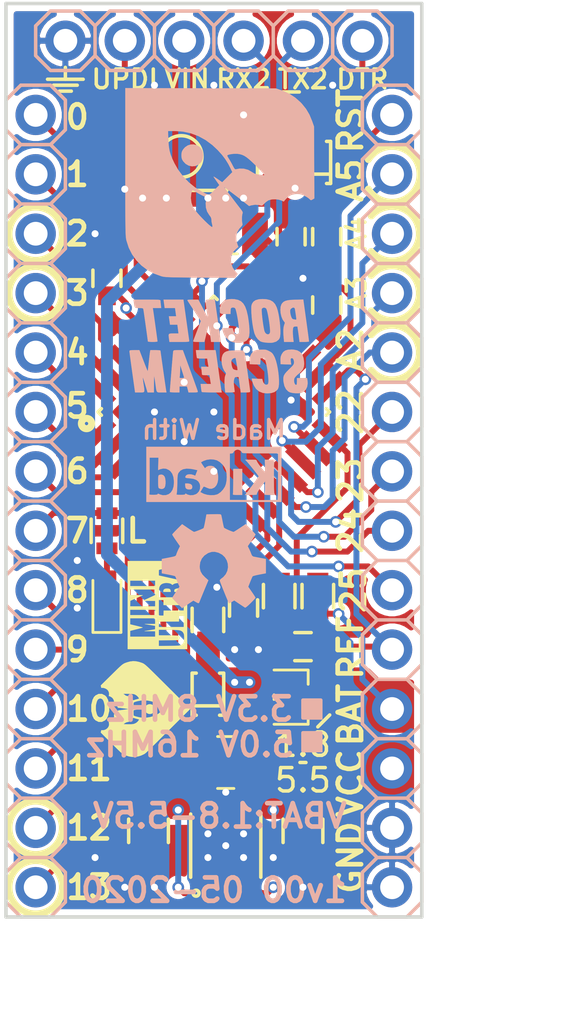
<source format=kicad_pcb>
(kicad_pcb (version 20171130) (host pcbnew 5.1.6-c6e7f7d~87~ubuntu18.04.1)
  (title_block (title "Mini Ultra") (date 2020-02-24) (rev 1v00) (company "Rocket Scream Electronics"))
  (layers (0 F.Cu signal) (1 GND power) (2 VCC power) (31 B.Cu signal) (34 B.Paste user) (35 F.Paste user) (36 B.SilkS user) (37 F.SilkS user) (38 B.Mask user) (39 F.Mask user) (44 Edge.Cuts user))
  (net 0 "")
  (net 1 GND)
  (net 2 /D4)
  (net 3 /D9)
  (net 4 /RST)
  (net 5 /D3)
  (net 6 /D5)
  (net 7 /D6)
  (net 8 /D7)
  (net 9 /D8)
  (net 10 /D10)
  (net 11 /D11)
  (net 12 /D12)
  (net 13 /D13)
  (net 14 /A6)
  (net 15 AREF)
  (net 16 /A2)
  (net 17 /A3)
  (net 18 /A4)
  (net 19 /A5)
  (net 20 /D0)
  (net 21 /D1)
  (net 22 /D2)
  (net 23 VIN)
  (net 24 "Net-(C6-Pad2)")
  (net 25 /BULX)
  (net 26 /BOLX)
  (net 27 "Net-(C3-Pad1)")
  (net 28 VBAT)
  (net 29 VCC)
  (net 30 "Net-(C2-Pad1)")
  (net 31 /D25)
  (net 32 "Net-(D2-Pad2)")
  (net 33 /D20)
  (net 34 /D21)
  (net 35 /UPDI)
  (net 36 /D24)
  (net 37 /D23)
  (net 38 /D22)
  (module RocketScreamKiCadLib:TQFP-32_7x7mm_Pitch0.8mm (layer F.Cu) (at 208.89 128.41 45)
    (fp_text reference U2 hide)
    (fp_text value ATMEGA4808-Ax)
    (pad 32 smd rect (at -2.8 -4.2 135) (size 1.7 0.5) (layers F.Cu F.Paste F.Mask) (net 22 /D2))
    (pad 31 smd rect (at -2 -4.2 135) (size 1.7 0.5) (layers F.Cu F.Paste F.Mask) (net 21 /D1))
    (pad 30 smd rect (at -1.2 -4.2 135) (size 1.7 0.5) (layers F.Cu F.Paste F.Mask) (net 20 /D0))
    (pad 29 smd rect (at -0.4 -4.2 135) (size 1.7 0.5) (layers F.Cu F.Paste F.Mask) (net 1 GND))
    (pad 28 smd rect (at 0.4 -4.2 135) (size 1.7 0.5) (layers F.Cu F.Paste F.Mask) (net 29 VCC))
    (pad 27 smd rect (at 1.2 -4.2 135) (size 1.7 0.5) (layers F.Cu F.Paste F.Mask) (net 35 /UPDI))
    (pad 26 smd rect (at 2 -4.2 135) (size 1.7 0.5) (layers F.Cu F.Paste F.Mask) (net 4 /RST))
    (pad 25 smd rect (at 2.8 -4.2 135) (size 1.7 0.5) (layers F.Cu F.Paste F.Mask) (net 31 /D25))
    (pad 24 smd rect (at 4.2 -2.8 45) (size 1.7 0.5) (layers F.Cu F.Paste F.Mask) (net 36 /D24))
    (pad 23 smd rect (at 4.2 -2 45) (size 1.7 0.5) (layers F.Cu F.Paste F.Mask) (net 37 /D23))
    (pad 22 smd rect (at 4.2 -1.2 45) (size 1.7 0.5) (layers F.Cu F.Paste F.Mask) (net 38 /D22))
    (pad 21 smd rect (at 4.2 -0.4 45) (size 1.7 0.5) (layers F.Cu F.Paste F.Mask) (net 34 /D21))
    (pad 20 smd rect (at 4.2 0.4 45) (size 1.7 0.5) (layers F.Cu F.Paste F.Mask) (net 33 /D20))
    (pad 19 smd rect (at 4.2 1.2 45) (size 1.7 0.5) (layers F.Cu F.Paste F.Mask) (net 1 GND))
    (pad 18 smd rect (at 4.2 2 45) (size 1.7 0.5) (layers F.Cu F.Paste F.Mask) (net 30 "Net-(C2-Pad1)"))
    (pad 17 smd rect (at 4.2 2.8 45) (size 1.7 0.5) (layers F.Cu F.Paste F.Mask) (net 15 AREF))
    (pad 16 smd rect (at 2.8 4.2 135) (size 1.7 0.5) (layers F.Cu F.Paste F.Mask) (net 14 /A6))
    (pad 15 smd rect (at 2 4.2 135) (size 1.7 0.5) (layers F.Cu F.Paste F.Mask) (net 19 /A5))
    (pad 14 smd rect (at 1.2 4.2 135) (size 1.7 0.5) (layers F.Cu F.Paste F.Mask) (net 18 /A4))
    (pad 13 smd rect (at 0.4 4.2 135) (size 1.7 0.5) (layers F.Cu F.Paste F.Mask) (net 17 /A3))
    (pad 12 smd rect (at -0.4 4.2 135) (size 1.7 0.5) (layers F.Cu F.Paste F.Mask) (net 16 /A2))
    (pad 11 smd rect (at -1.2 4.2 135) (size 1.7 0.5) (layers F.Cu F.Paste F.Mask) (net 13 /D13))
    (pad 10 smd rect (at -2 4.2 135) (size 1.7 0.5) (layers F.Cu F.Paste F.Mask) (net 12 /D12))
    (pad 9 smd rect (at -2.8 4.2 135) (size 1.7 0.5) (layers F.Cu F.Paste F.Mask) (net 11 /D11))
    (pad 8 smd rect (at -4.2 2.8 45) (size 1.7 0.5) (layers F.Cu F.Paste F.Mask) (net 10 /D10))
    (pad 7 smd rect (at -4.2 2 45) (size 1.7 0.5) (layers F.Cu F.Paste F.Mask) (net 3 /D9))
    (pad 6 smd rect (at -4.2 1.2 45) (size 1.7 0.5) (layers F.Cu F.Paste F.Mask) (net 9 /D8))
    (pad 5 smd rect (at -4.2 0.4 45) (size 1.7 0.5) (layers F.Cu F.Paste F.Mask) (net 8 /D7))
    (pad 4 smd rect (at -4.2 -0.4 45) (size 1.7 0.5) (layers F.Cu F.Paste F.Mask) (net 7 /D6))
    (pad 3 smd rect (at -4.2 -1.2 45) (size 1.7 0.5) (layers F.Cu F.Paste F.Mask) (net 6 /D5))
    (pad 2 smd rect (at -4.2 -2 45) (size 1.7 0.5) (layers F.Cu F.Paste F.Mask) (net 2 /D4))
    (pad 1 smd rect (at -4.2 -2.8 45) (size 1.7 0.5) (layers F.Cu F.Paste F.Mask) (net 5 /D3))
  )
  (module RocketScreamKiCadLib:DFN-12 (layer F.Cu) (at 209.398 146.952 90)
    (fp_text reference U1 hide)
    (fp_text value RP604KxxB)
    (pad 13 smd rect (at 0.425 0.675 90) (size 0.85 1.35) (layers F.Cu F.Paste F.Mask) (net 1 GND))
    (pad 13 smd rect (at -0.425 0.675 90) (size 0.85 1.35) (layers F.Cu F.Paste F.Mask) (net 1 GND))
    (pad 13 smd rect (at 0.425 -0.675 90) (size 0.85 1.35) (layers F.Cu F.Paste F.Mask) (net 1 GND))
    (pad 13 smd rect (at -0.425 -0.675 90) (size 0.85 1.35) (layers F.Cu F.Paste F.Mask) (net 1 GND))
    (pad 12 smd rect (at 1.4 -1.25 90) (size 0.45 0.3) (layers F.Cu F.Paste F.Mask) (net 27 "Net-(C3-Pad1)"))
    (pad 11 smd rect (at 1.4 -0.75 90) (size 0.45 0.3) (layers F.Cu F.Paste F.Mask) (net 25 /BULX))
    (pad 10 smd rect (at 1.4 -0.25 90) (size 0.45 0.3) (layers F.Cu F.Paste F.Mask) (net 1 GND))
    (pad 9 smd rect (at 1.4 0.25 90) (size 0.45 0.3) (layers F.Cu F.Paste F.Mask) (net 1 GND))
    (pad 8 smd rect (at 1.4 0.75 90) (size 0.45 0.3) (layers F.Cu F.Paste F.Mask) (net 26 /BOLX))
    (pad 7 smd rect (at 1.4 1.25 90) (size 0.45 0.3) (layers F.Cu F.Paste F.Mask) (net 29 VCC))
    (pad 6 smd rect (at -1.4 1.25 90) (size 0.45 0.3) (layers F.Cu F.Paste F.Mask) (net 29 VCC))
    (pad 5 smd rect (at -1.4 0.75 90) (size 0.45 0.3) (layers F.Cu F.Paste F.Mask) (net 1 GND))
    (pad 4 smd rect (at -1.4 0.25 90) (size 0.45 0.3) (layers F.Cu F.Paste F.Mask) (net 1 GND))
    (pad 3 smd rect (at -1.4 -0.25 90) (size 0.45 0.3) (layers F.Cu F.Paste F.Mask) (net 1 GND))
    (pad 2 smd rect (at -1.4 -0.75 90) (size 0.45 0.3) (layers F.Cu F.Paste F.Mask) (net 27 "Net-(C3-Pad1)"))
    (pad 1 smd rect (at -1.4 -1.25 90) (size 0.45 0.3) (layers F.Cu F.Paste F.Mask) (net 27 "Net-(C3-Pad1)"))
  )
  (module RocketScreamKiCadLib:C_0805 (layer F.Cu) (at 212.7 146.317 270)
    (fp_text reference C4 hide)
    (fp_text value "22uF 16V X5R")
    (pad 1 smd rect (at -1 0 270) (size 1 1.25) (layers F.Cu F.Mask) (net 29 VCC))
    (pad 2 smd rect (at 1 0 270) (size 1 1.25) (layers F.Cu F.Mask) (net 1 GND))
  )
  (module RocketScreamKiCadLib:LOGO-MINI-ULTRA_InvertedDualLineSmall (layer F.Cu) (at 206.477 136.665 90)
    (fp_text reference LOGO5 hide)
    (fp_text value LOGO-MINI-ULTRA hide)
  )
  (module RocketScreamKiCadLib:C_0805 (layer F.Cu) (at 206.096 146.317 270)
    (fp_text reference C3 hide)
    (fp_text value "22uF 16V X5R")
    (pad 1 smd rect (at -1 0 270) (size 1 1.25) (layers F.Cu F.Mask) (net 27 "Net-(C3-Pad1)"))
    (pad 2 smd rect (at 1 0 270) (size 1 1.25) (layers F.Cu F.Mask) (net 1 GND))
  )
  (module RocketScreamKiCadLib:CRYSTAL-3215-2P (layer F.Cu) (at 209.398 120.79 180)
    (fp_text reference Y1 hide)
    (fp_text value Q13FC1350000200)
    (pad 2 smd rect (at 1.25 0 180) (size 1.1 1.8) (layers F.Cu F.Paste F.Mask) (net 34 /D21))
    (pad 1 smd rect (at -1.25 0 180) (size 1.1 1.8) (layers F.Cu F.Paste F.Mask) (net 33 /D20))
  )
  (module RocketScreamKiCadLib:I_2520 (layer F.Cu) (at 209.398 143.396 180)
    (fp_text reference L2 hide)
    (fp_text value CVH252009-2R2M)
    (pad 1 smd rect (at -1.275 0 180) (size 1.2 1.75) (layers F.Cu F.Paste F.Mask) (net 26 /BOLX))
    (pad 2 smd rect (at 1.275 0 180) (size 1.2 1.75) (layers F.Cu F.Paste F.Mask) (net 25 /BULX))
  )
  (module RocketScreamKiCadLib:C_0603 (layer F.Cu) (at 206.604 120.917 90)
    (fp_text reference C9 hide)
    (fp_text value 10pF)
    (pad 2 smd rect (at 0.75 0 90) (size 0.8 0.75) (layers F.Cu F.Paste F.Mask) (net 1 GND))
    (pad 1 smd rect (at -0.75 0 90) (size 0.8 0.75) (layers F.Cu F.Paste F.Mask) (net 34 /D21))
  )
  (module RocketScreamKiCadLib:C_0603 (layer F.Cu) (at 212.192 120.917 90)
    (fp_text reference C8 hide)
    (fp_text value 10pF)
    (pad 2 smd rect (at 0.75 0 90) (size 0.8 0.75) (layers F.Cu F.Paste F.Mask) (net 1 GND))
    (pad 1 smd rect (at -0.75 0 90) (size 0.8 0.75) (layers F.Cu F.Paste F.Mask) (net 33 /D20))
  )
  (module RocketScreamKiCadLib:SOD-323 (layer F.Cu) (at 213.208 117.742 90)
    (fp_text reference D1 hide)
    (fp_text value 1N4148WS)
    (pad 1 smd rect (at -1.1 0 90) (size 0.6 0.6) (layers F.Cu F.Paste F.Mask) (net 29 VCC))
    (pad 2 smd rect (at 1.1 0 90) (size 0.6 0.6) (layers F.Cu F.Paste F.Mask) (net 4 /RST))
  )
  (module RocketScreamKiCadLib:LED_0603 (layer F.Cu) (at 204.318 136.411 90)
    (fp_text reference D2 hide)
    (fp_text value Red)
    (pad 2 smd rect (at 0.825 0 270) (size 0.8 0.8) (layers F.Cu F.Paste F.Mask) (net 32 "Net-(D2-Pad2)"))
    (pad 1 smd rect (at -0.825 0 270) (size 0.8 0.8) (layers F.Cu F.Paste F.Mask) (net 1 GND))
  )
  (module RocketScreamKiCadLib:LOGO-ROCKET-SCREAM_Without_Text_XXXXSmall (layer F.Cu) (at 205.461 141.11 315)
    (fp_text reference LOGO3 hide)
    (fp_text value LOGO-ROCKET-SCREAM-WITHOUT-TEXT hide)
  )
  (module RocketScreamKiCadLib:SOT-323 (layer F.Cu) (at 212.192 140.602 180)
    (fp_text reference Q2 hide)
    (fp_text value DMP2165UW-7)
    (pad 3 smd rect (at -0.95 0 180) (size 0.9 0.7) (layers F.Cu F.Paste F.Mask) (net 28 VBAT))
    (pad 1 smd rect (at 0.95 0.65 180) (size 0.9 0.7) (layers F.Cu F.Paste F.Mask) (net 23 VIN))
    (pad 2 smd rect (at 0.95 -0.65 180) (size 0.9 0.7) (layers F.Cu F.Paste F.Mask) (net 27 "Net-(C3-Pad1)"))
  )
  (module RocketScreamKiCadLib:LOGO-OSHW_XXSmall (layer B.Cu) (at 208.89 134.76 180)
    (fp_text reference LOGO4 hide)
    (fp_text value LOGO-OSHW hide)
  )
  (module RocketScreamKiCadLib:C_0603 (layer F.Cu) (at 210.16 136.792 90)
    (fp_text reference C7 hide)
    (fp_text value 100nF)
    (pad 2 smd rect (at 0.75 0 90) (size 0.8 0.75) (layers F.Cu F.Paste F.Mask) (net 14 /A6))
    (pad 1 smd rect (at -0.75 0 90) (size 0.8 0.75) (layers F.Cu F.Paste F.Mask) (net 1 GND))
  )
  (module RocketScreamKiCadLib:R_0603 (layer F.Cu) (at 213.335 136.284 270)
    (fp_text reference R4 hide)
    (fp_text value 1M)
    (pad 1 smd rect (at -0.75 0 270) (size 0.5 0.9) (layers F.Cu F.Paste F.Mask) (net 14 /A6))
    (pad 2 smd rect (at 0.75 0 270) (size 0.5 0.9) (layers F.Cu F.Paste F.Mask) (net 28 VBAT))
  )
  (module RocketScreamKiCadLib:R_0603 (layer F.Cu) (at 211.684 136.284 270)
    (fp_text reference R5 hide)
    (fp_text value 1M)
    (pad 2 smd rect (at 0.75 0 270) (size 0.5 0.9) (layers F.Cu F.Paste F.Mask) (net 1 GND))
    (pad 1 smd rect (at -0.75 0 270) (size 0.5 0.9) (layers F.Cu F.Paste F.Mask) (net 14 /A6))
  )
  (module RocketScreamKiCadLib:LOGO-KICAD_XXXSmall (layer B.Cu) (at 208.89 131.077 180)
    (fp_text reference LOGO1 hide)
    (fp_text value LOGO-KICAD hide)
  )
  (module RocketScreamKiCadLib:TS-107A (layer F.Cu) (at 207.493 117.488)
    (fp_text reference SW1 hide)
    (fp_text value SPNO)
    (pad 2 smd rect (at 2.175 0) (size 1.15 1.7) (layers F.Cu F.Paste F.Mask) (net 4 /RST))
    (pad 1 smd rect (at -2.175 0) (size 1.15 1.7) (layers F.Cu F.Paste F.Mask) (net 1 GND))
  )
  (module RocketScreamKiCadLib:R_0603 (layer F.Cu) (at 208.636 137.3 90)
    (fp_text reference R3 hide)
    (fp_text value 10K)
    (pad 2 smd rect (at 0.75 0 90) (size 0.5 0.9) (layers F.Cu F.Paste F.Mask) (net 1 GND))
    (pad 1 smd rect (at -0.75 0 90) (size 0.5 0.9) (layers F.Cu F.Paste F.Mask) (net 23 VIN))
  )
  (module RocketScreamKiCadLib:SOD-323 (layer F.Cu) (at 208.636 140.475 90)
    (fp_text reference D3 hide)
    (fp_text value B16WS)
    (pad 2 smd rect (at 1.1 0 90) (size 0.6 0.6) (layers F.Cu F.Paste F.Mask) (net 23 VIN))
    (pad 1 smd rect (at -1.1 0 90) (size 0.6 0.6) (layers F.Cu F.Paste F.Mask) (net 27 "Net-(C3-Pad1)"))
  )
  (module RocketScreamKiCadLib:C_0603 (layer F.Cu) (at 213.716 123.838 270)
    (fp_text reference C2 hide)
    (fp_text value 100nF)
    (pad 2 smd rect (at 0.75 0 270) (size 0.8 0.75) (layers F.Cu F.Paste F.Mask) (net 1 GND))
    (pad 1 smd rect (at -0.75 0 270) (size 0.8 0.75) (layers F.Cu F.Paste F.Mask) (net 30 "Net-(C2-Pad1)"))
  )
  (module RocketScreamKiCadLib:C_0603 (layer F.Cu) (at 212.192 115.329)
    (fp_text reference C6 hide)
    (fp_text value 100nF)
    (pad 2 smd rect (at 0.75 0) (size 0.8 0.75) (layers F.Cu F.Paste F.Mask) (net 24 "Net-(C6-Pad2)"))
    (pad 1 smd rect (at -0.75 0) (size 0.8 0.75) (layers F.Cu F.Paste F.Mask) (net 4 /RST))
  )
  (module RocketScreamKiCadLib:C_0603 (layer F.Cu) (at 212.7 138.443 180)
    (fp_text reference C5 hide)
    (fp_text value 100nF)
    (pad 1 smd rect (at -0.75 0 180) (size 0.8 0.75) (layers F.Cu F.Paste F.Mask) (net 15 AREF))
    (pad 2 smd rect (at 0.75 0 180) (size 0.8 0.75) (layers F.Cu F.Paste F.Mask) (net 1 GND))
  )
  (module RocketScreamKiCadLib:C_0603 (layer F.Cu) (at 204.318 122.695 90)
    (fp_text reference C1 hide)
    (fp_text value 100nF)
    (pad 2 smd rect (at 0.75 0 90) (size 0.8 0.75) (layers F.Cu F.Paste F.Mask) (net 1 GND))
    (pad 1 smd rect (at -0.75 0 90) (size 0.8 0.75) (layers F.Cu F.Paste F.Mask) (net 29 VCC))
  )
  (module RocketScreamKiCadLib:HDR_1x14_Pitch2.54mm (layer B.Cu) (at 201.27 132.22 270)
    (fp_text reference J2 hide)
    (fp_text value "2.54 mm 1x14")
    (pad 10 thru_hole oval (at 6.35 0 270) (size 1.7272 1.7272) (drill 1.016) (layers *.Cu *.Mask) (net 3 /D9))
    (pad 9 thru_hole oval (at 3.81 0 270) (size 1.7272 1.7272) (drill 1.016) (layers *.Cu *.Mask) (net 9 /D8))
    (pad 8 thru_hole oval (at 1.27 0 270) (size 1.7272 1.7272) (drill 1.016) (layers *.Cu *.Mask) (net 8 /D7))
    (pad 7 thru_hole oval (at -1.27 0 270) (size 1.7272 1.7272) (drill 1.016) (layers *.Cu *.Mask) (net 7 /D6))
    (pad 6 thru_hole oval (at -3.81 0 270) (size 1.7272 1.7272) (drill 1.016) (layers *.Cu *.Mask) (net 6 /D5))
    (pad 5 thru_hole oval (at -6.35 0 270) (size 1.7272 1.7272) (drill 1.016) (layers *.Cu *.Mask) (net 2 /D4))
    (pad 4 thru_hole oval (at -8.89 0 270) (size 1.7272 1.7272) (drill 1.016) (layers *.Cu *.Mask) (net 5 /D3))
    (pad 3 thru_hole oval (at -11.43 0 270) (size 1.7272 1.7272) (drill 1.016) (layers *.Cu *.Mask) (net 22 /D2))
    (pad 2 thru_hole oval (at -13.97 0 270) (size 1.7272 1.7272) (drill 1.016) (layers *.Cu *.Mask) (net 21 /D1))
    (pad 1 thru_hole oval (at -16.51 0 270) (size 1.7272 1.7272) (drill 1.016) (layers *.Cu *.Mask) (net 20 /D0))
    (pad 11 thru_hole oval (at 8.89 0 270) (size 1.7272 1.7272) (drill 1.016) (layers *.Cu *.Mask) (net 10 /D10))
    (pad 12 thru_hole oval (at 11.43 0 270) (size 1.7272 1.7272) (drill 1.016) (layers *.Cu *.Mask) (net 11 /D11))
    (pad 13 thru_hole oval (at 13.97 0 270) (size 1.7272 1.7272) (drill 1.016) (layers *.Cu *.Mask) (net 12 /D12))
    (pad 14 thru_hole oval (at 16.51 0 270) (size 1.7272 1.7272) (drill 1.016) (layers *.Cu *.Mask) (net 13 /D13))
  )
  (module RocketScreamKiCadLib:HDR_1x14_Pitch2.54mm (layer B.Cu) (at 216.51 132.22 270)
    (fp_text reference J3 hide)
    (fp_text value "2.54 mm 1x14")
    (pad 14 thru_hole oval (at 16.51 0 270) (size 1.7272 1.7272) (drill 1.016) (layers *.Cu *.Mask) (net 1 GND))
    (pad 13 thru_hole oval (at 13.97 0 270) (size 1.7272 1.7272) (drill 1.016) (layers *.Cu *.Mask) (net 1 GND))
    (pad 12 thru_hole oval (at 11.43 0 270) (size 1.7272 1.7272) (drill 1.016) (layers *.Cu *.Mask) (net 29 VCC))
    (pad 11 thru_hole oval (at 8.89 0 270) (size 1.7272 1.7272) (drill 1.016) (layers *.Cu *.Mask) (net 28 VBAT))
    (pad 1 thru_hole oval (at -16.51 0 270) (size 1.7272 1.7272) (drill 1.016) (layers *.Cu *.Mask) (net 4 /RST))
    (pad 2 thru_hole oval (at -13.97 0 270) (size 1.7272 1.7272) (drill 1.016) (layers *.Cu *.Mask) (net 19 /A5))
    (pad 3 thru_hole oval (at -11.43 0 270) (size 1.7272 1.7272) (drill 1.016) (layers *.Cu *.Mask) (net 18 /A4))
    (pad 4 thru_hole oval (at -8.89 0 270) (size 1.7272 1.7272) (drill 1.016) (layers *.Cu *.Mask) (net 17 /A3))
    (pad 5 thru_hole oval (at -6.35 0 270) (size 1.7272 1.7272) (drill 1.016) (layers *.Cu *.Mask) (net 16 /A2))
    (pad 6 thru_hole oval (at -3.81 0 270) (size 1.7272 1.7272) (drill 1.016) (layers *.Cu *.Mask) (net 38 /D22))
    (pad 7 thru_hole oval (at -1.27 0 270) (size 1.7272 1.7272) (drill 1.016) (layers *.Cu *.Mask) (net 37 /D23))
    (pad 8 thru_hole oval (at 1.27 0 270) (size 1.7272 1.7272) (drill 1.016) (layers *.Cu *.Mask) (net 36 /D24))
    (pad 9 thru_hole oval (at 3.81 0 270) (size 1.7272 1.7272) (drill 1.016) (layers *.Cu *.Mask) (net 31 /D25))
    (pad 10 thru_hole oval (at 6.35 0 270) (size 1.7272 1.7272) (drill 1.016) (layers *.Cu *.Mask) (net 15 AREF))
  )
  (module RocketScreamKiCadLib:HDR_1x6_Pitch2.54mm (layer B.Cu) (at 208.89 112.54 180)
    (fp_text reference J1 hide)
    (fp_text value "2.54 mm 1x6")
    (pad 1 thru_hole oval (at -6.35 0 180) (size 1.7272 1.7272) (drill 1.016) (layers *.Cu *.Mask) (net 24 "Net-(C6-Pad2)"))
    (pad 2 thru_hole oval (at -3.81 0 180) (size 1.7272 1.7272) (drill 1.016) (layers *.Cu *.Mask) (net 36 /D24))
    (pad 3 thru_hole oval (at -1.27 0 180) (size 1.7272 1.7272) (drill 1.016) (layers *.Cu *.Mask) (net 31 /D25))
    (pad 4 thru_hole oval (at 1.27 0 180) (size 1.7272 1.7272) (drill 1.016) (layers *.Cu *.Mask) (net 23 VIN))
    (pad 5 thru_hole oval (at 3.81 0 180) (size 1.7272 1.7272) (drill 1.016) (layers *.Cu *.Mask) (net 35 /UPDI))
    (pad 6 thru_hole oval (at 6.35 0 180) (size 1.7272 1.7272) (drill 1.016) (layers *.Cu *.Mask) (net 1 GND))
  )
  (module RocketScreamKiCadLib:I_0603 (layer F.Cu) (at 213.716 120.917 90)
    (fp_text reference L1 hide)
    (fp_text value BLM18KG221SN1D)
    (pad 2 smd rect (at 0.75 0 90) (size 0.8 0.75) (layers F.Cu F.Paste F.Mask) (net 29 VCC))
    (pad 1 smd rect (at -0.75 0 90) (size 0.8 0.75) (layers F.Cu F.Paste F.Mask) (net 30 "Net-(C2-Pad1)"))
  )
  (module RocketScreamKiCadLib:LOGO-ROCKET-SCREAM_Vertical_XSmall (layer B.Cu) (at 209.144 121.298 180)
    (fp_text reference LOGO2 hide)
    (fp_text value LOGO-ROCKET-SCREAM-VERTICAL hide)
  )
  (module RocketScreamKiCadLib:R_0603 (layer F.Cu) (at 211.43 117.742 90)
    (fp_text reference R1 hide)
    (fp_text value 10K)
    (pad 1 smd rect (at -0.75 0 90) (size 0.5 0.9) (layers F.Cu F.Paste F.Mask) (net 29 VCC))
    (pad 2 smd rect (at 0.75 0 90) (size 0.5 0.9) (layers F.Cu F.Paste F.Mask) (net 4 /RST))
  )
  (module RocketScreamKiCadLib:R_0603 (layer F.Cu) (at 204.318 133.49 90)
    (fp_text reference R2 hide)
    (fp_text value 2K2)
    (pad 2 smd rect (at 0.75 0 90) (size 0.5 0.9) (layers F.Cu F.Paste F.Mask) (net 8 /D7))
    (pad 1 smd rect (at -0.75 0 90) (size 0.5 0.9) (layers F.Cu F.Paste F.Mask) (net 32 "Net-(D2-Pad2)"))
  )
  (gr_arc (start 216.51 125.87) (end 215.621 126.632) (angle -278.7974107) (layer F.SilkS) (width 0.3))
  (gr_arc (start 216.51 123.33) (end 215.621 124.092) (angle -278.7974107) (layer F.SilkS) (width 0.3))
  (gr_arc (start 216.51 118.25) (end 215.494 118.885) (angle -295.9892995) (layer F.SilkS) (width 0.3))
  (gr_arc (start 216.51 120.79) (end 215.621 121.552) (angle -278.7974107) (layer F.SilkS) (width 0.3))
  (gr_line (start 213.843 141.364) (end 213.335 141.872) (layer F.SilkS) (width 0.15))
  (gr_text GND (at 214.732 147.46 90) (layer F.SilkS) (effects (font (size 1 1) (thickness 0.2))))
  (gr_text L (at 205.588 133.49) (layer F.SilkS) (effects (font (size 1 1) (thickness 0.2))))
  (gr_circle (center 201.27 148.73) (end 202.413 148.73) (layer F.SilkS) (width 0.3))
  (gr_circle (center 201.27 146.19) (end 202.413 146.19) (layer F.SilkS) (width 0.3))
  (gr_circle (center 201.27 123.33) (end 202.413 123.33) (layer F.SilkS) (width 0.3))
  (gr_circle (center 201.27 120.79) (end 202.413 120.79) (layer F.SilkS) (width 0.3))
  (gr_line (start 202.286 114.694) (end 202.794 114.694) (layer F.SilkS) (width 0.15))
  (gr_line (start 202.032 114.44) (end 203.048 114.44) (layer F.SilkS) (width 0.15))
  (gr_line (start 201.778 114.186) (end 203.302 114.186) (layer F.SilkS) (width 0.15))
  (gr_line (start 202.54 113.678) (end 202.54 114.186) (layer F.SilkS) (width 0.15))
  (gr_text RST (at 207.493 115.329) (layer F.SilkS) (effects (font (size 0.8 0.8))))
  (gr_text UPDI (at 205.08 114.186) (layer F.SilkS) (effects (font (size 0.8 0.8))))
  (gr_poly (pts (xy 212.7 142.126) (xy 212.7 142.888) (xy 213.462 142.888) (xy 213.462 142.126)) (layer B.SilkS) (width 0.15))
  (gr_poly (pts (xy 212.7 140.729) (xy 212.7 141.491) (xy 213.462 141.491) (xy 213.462 140.729)) (layer B.SilkS) (width 0.15))
  (gr_text "5.0V 16MHz" (at 207.874 142.634) (layer B.SilkS) (effects (font (size 1 1) (thickness 0.2)) (justify mirror)))
  (gr_text "3.3V 8MHz" (at 208.255 141.11) (layer B.SilkS) (effects (font (size 1 1) (thickness 0.2)) (justify mirror)))
  (gr_line (start 212.827 143.396) (end 212.573 143.396) (layer F.SilkS) (width 0.15))
  (gr_text 5.5 (at 212.7 144.158) (layer F.SilkS) (effects (font (size 1 1))))
  (gr_text 1.8 (at 212.7 142.634) (layer F.SilkS) (effects (font (size 1 1))))
  (gr_text "Made With" (at 208.89 129.172) (layer B.SilkS) (effects (font (size 0.8 0.8)) (justify mirror)))
  (gr_text VBAT:1.8-5.5V (at 209.144 145.682) (layer B.SilkS) (effects (font (size 1 1) (thickness 0.2)) (justify mirror)))
  (gr_text REF (at 214.732 138.443 90) (layer F.SilkS) (effects (font (size 1 1) (thickness 0.2))))
  (gr_text BAT (at 214.732 141.364 90) (layer F.SilkS) (effects (font (size 1 1) (thickness 0.2))))
  (gr_text VCC (at 214.732 144.285 90) (layer F.SilkS) (effects (font (size 1 1) (thickness 0.2))))
  (gr_text 25 (at 214.859 136.03 90) (layer F.SilkS) (effects (font (size 1 1) (thickness 0.2))))
  (gr_text 24 (at 214.732 133.49 90) (layer F.SilkS) (effects (font (size 1 1) (thickness 0.2))))
  (gr_text 23 (at 214.732 131.331 90) (layer F.SilkS) (effects (font (size 1 1) (thickness 0.2))))
  (gr_text 22 (at 214.732 128.41 90) (layer F.SilkS) (effects (font (size 1 1) (thickness 0.2))))
  (gr_text A2 (at 214.732 125.743 90) (layer F.SilkS) (effects (font (size 1 1) (thickness 0.2))))
  (gr_text A3 (at 214.986 123.33 90) (layer F.SilkS) (effects (font (size 0.8 0.8))))
  (gr_text A4 (at 214.986 120.79 90) (layer F.SilkS) (effects (font (size 0.8 0.8))))
  (gr_text A5 (at 214.732 118.504 90) (layer F.SilkS) (effects (font (size 1 1) (thickness 0.2))))
  (gr_text RST (at 214.732 115.964 90) (layer F.SilkS) (effects (font (size 1 1) (thickness 0.2))))
  (gr_text DTR (at 215.24 114.186) (layer F.SilkS) (effects (font (size 0.8 0.8))))
  (gr_text TX2 (at 212.7 114.186) (layer F.SilkS) (effects (font (size 0.8 0.8))))
  (gr_text RX2 (at 210.16 114.186) (layer F.SilkS) (effects (font (size 0.8 0.8))))
  (gr_text VIN (at 207.747 114.186) (layer F.SilkS) (effects (font (size 0.8 0.8))))
  (gr_text 0 (at 203.048 115.71 180) (layer F.SilkS) (effects (font (size 1 1) (thickness 0.2))))
  (gr_text 1 (at 203.048 118.25) (layer F.SilkS) (effects (font (size 1 1) (thickness 0.2))))
  (gr_text 2 (at 203.048 120.79) (layer F.SilkS) (effects (font (size 1 1) (thickness 0.2))))
  (gr_text 3 (at 203.048 123.33) (layer F.SilkS) (effects (font (size 1 1) (thickness 0.2))))
  (gr_text 4 (at 203.048 125.87) (layer F.SilkS) (effects (font (size 1 1) (thickness 0.2))))
  (gr_text 5 (at 203.048 128.156) (layer F.SilkS) (effects (font (size 1 1) (thickness 0.2))))
  (gr_text 6 (at 203.048 130.95) (layer F.SilkS) (effects (font (size 1 1) (thickness 0.2))))
  (gr_line (start 200 110.9475) (end 217.78 110.9475) (layer Edge.Cuts) (width 0.15))
  (gr_text 7 (at 203.048 133.49) (layer F.SilkS) (effects (font (size 1 1) (thickness 0.2))))
  (gr_text 8 (at 203.048 136.03) (layer F.SilkS) (effects (font (size 1 1) (thickness 0.2))))
  (gr_text 9 (at 203.048 138.57) (layer F.SilkS) (effects (font (size 1 1) (thickness 0.2))))
  (gr_text 10 (at 203.556 141.11) (layer F.SilkS) (effects (font (size 1 1) (thickness 0.2))))
  (gr_text 11 (at 203.556 143.65) (layer F.SilkS) (effects (font (size 1 1) (thickness 0.2))))
  (gr_text 12 (at 203.556 146.19) (layer F.SilkS) (effects (font (size 1 1) (thickness 0.2))))
  (gr_text 13 (at 203.556 148.73) (layer F.SilkS) (effects (font (size 1 1) (thickness 0.2))))
  (gr_line (start 217.78 110.9475) (end 217.78 150) (layer Edge.Cuts) (width 0.15))
  (gr_line (start 200 150) (end 217.78 150) (layer Edge.Cuts) (width 0.15))
  (gr_line (start 200 110.9475) (end 200 150) (layer Edge.Cuts) (width 0.15))
  (gr_text "1v00 05-2020" (at 208.89 148.857) (layer B.SilkS) (effects (font (size 1 1) (thickness 0.2)) (justify mirror)))
  (via (at 209.398 144.666) (size 0.5) (drill 0.3) (layers F.Cu B.Cu) (net 1))
  (segment (start 209.148 144.916) (end 209.398 144.666) (width 0.254) (layer F.Cu) (net 1))
  (segment (start 209.148 145.552) (end 209.148 144.916) (width 0.254) (layer F.Cu) (net 1))
  (segment (start 209.648 144.916) (end 209.398 144.666) (width 0.254) (layer F.Cu) (net 1))
  (segment (start 209.648 145.552) (end 209.648 144.916) (width 0.254) (layer F.Cu) (net 1))
  (segment (start 209.148 146.952) (end 208.723 147.377) (width 0.254) (layer F.Cu) (net 1))
  (segment (start 209.148 145.552) (end 209.148 146.952) (width 0.254) (layer F.Cu) (net 1))
  (segment (start 209.648 146.952) (end 210.073 147.377) (width 0.254) (layer F.Cu) (net 1))
  (segment (start 209.648 145.552) (end 209.648 146.952) (width 0.254) (layer F.Cu) (net 1))
  (segment (start 209.148 147.452) (end 210.073 146.527) (width 0.254) (layer F.Cu) (net 1))
  (segment (start 209.148 148.352) (end 209.148 147.452) (width 0.254) (layer F.Cu) (net 1))
  (segment (start 209.648 147.452) (end 208.723 146.527) (width 0.254) (layer F.Cu) (net 1))
  (segment (start 209.648 148.352) (end 209.648 147.452) (width 0.254) (layer F.Cu) (net 1))
  (segment (start 210.148 148.352) (end 210.148 149.099) (width 0.254) (layer F.Cu) (net 1))
  (segment (start 209.148 148.352) (end 209.148 149.107) (width 0.254) (layer F.Cu) (net 1))
  (segment (start 209.648 148.352) (end 209.648 149.107) (width 0.254) (layer F.Cu) (net 1))
  (via (at 208.636 146.444) (size 0.5) (drill 0.3) (layers F.Cu B.Cu) (net 1))
  (via (at 208.636 147.46) (size 0.5) (drill 0.3) (layers F.Cu B.Cu) (net 1))
  (via (at 209.398 146.952) (size 0.5) (drill 0.3) (layers F.Cu B.Cu) (net 1))
  (via (at 210.16 146.444) (size 0.5) (drill 0.3) (layers F.Cu B.Cu) (net 1))
  (via (at 210.16 147.46) (size 0.5) (drill 0.3) (layers F.Cu B.Cu) (net 1))
  (via (at 208.89 114.44) (size 0.5) (drill 0.3) (layers F.Cu B.Cu) (net 1))
  (via (at 206.35 114.44) (size 0.5) (drill 0.3) (layers F.Cu B.Cu) (net 1))
  (via (at 210.16 115.71) (size 0.5) (drill 0.3) (layers F.Cu B.Cu) (net 1))
  (via (at 213.97 114.44) (size 0.5) (drill 0.3) (layers F.Cu B.Cu) (net 1))
  (via (at 203.048 136.792) (size 0.5) (drill 0.3) (layers F.Cu B.Cu) (net 1))
  (via (at 203.81 120.79) (size 0.5) (drill 0.3) (layers F.Cu B.Cu) (net 1))
  (via (at 203.81 147.46) (size 0.5) (drill 0.3) (layers F.Cu B.Cu) (net 1))
  (via (at 205.08 148.73) (size 0.5) (drill 0.3) (layers F.Cu B.Cu) (net 1))
  (via (at 206.35 148.73) (size 0.5) (drill 0.3) (layers F.Cu B.Cu) (net 1))
  (via (at 211.43 147.46) (size 0.5) (drill 0.3) (layers F.Cu B.Cu) (net 1))
  (via (at 203.048 134.76) (size 0.5) (drill 0.3) (layers F.Cu B.Cu) (net 1))
  (via (at 212.192 127.902) (size 0.5) (drill 0.3) (layers F.Cu B.Cu) (net 1))
  (via (at 206.35 128.41) (size 0.5) (drill 0.3) (layers F.Cu B.Cu) (net 1))
  (via (at 207.62 127.14) (size 0.5) (drill 0.3) (layers F.Cu B.Cu) (net 1))
  (via (at 207.62 129.68) (size 0.5) (drill 0.3) (layers F.Cu B.Cu) (net 1))
  (via (at 208.89 128.41) (size 0.5) (drill 0.3) (layers F.Cu B.Cu) (net 1))
  (via (at 208.89 130.95) (size 0.5) (drill 0.3) (layers F.Cu B.Cu) (net 1))
  (via (at 205.842 119.266) (size 0.5) (drill 0.3) (layers F.Cu B.Cu) (net 1))
  (via (at 212.7 122.695) (size 0.5) (drill 0.3) (layers F.Cu B.Cu) (net 1))
  (via (at 209.398 119.266) (size 0.5) (drill 0.3) (layers F.Cu B.Cu) (net 1))
  (via (at 210.16 119.266) (size 0.5) (drill 0.3) (layers F.Cu B.Cu) (net 1))
  (via (at 206.858 119.266) (size 0.5) (drill 0.3) (layers F.Cu B.Cu) (net 1))
  (via (at 208.636 119.266) (size 0.5) (drill 0.3) (layers F.Cu B.Cu) (net 1))
  (via (at 205.08 118.885) (size 0.5) (drill 0.3) (layers F.Cu B.Cu) (net 1))
  (via (at 209.779 138.57) (size 0.5) (drill 0.3) (layers F.Cu B.Cu) (net 1))
  (via (at 210.795 138.57) (size 0.5) (drill 0.3) (layers F.Cu B.Cu) (net 1))
  (via (at 209.017 135.903) (size 0.5) (drill 0.3) (layers F.Cu B.Cu) (net 1))
  (via (at 212.7 148.73) (size 0.5) (drill 0.3) (layers F.Cu B.Cu) (net 1))
  (segment (start 202.032 126.632) (end 202.032 127.267) (width 0.254) (layer F.Cu) (net 2))
  (segment (start 202.7686 128.0036) (end 202.7686 129.9848) (width 0.254) (layer F.Cu) (net 2))
  (segment (start 201.27 125.87) (end 202.032 126.632) (width 0.254) (layer F.Cu) (net 2))
  (segment (start 202.032 127.267) (end 202.7686 128.0036) (width 0.254) (layer F.Cu) (net 2))
  (segment (start 203.775573 130.696) (end 204.505938 129.965635) (width 0.254) (layer F.Cu) (net 2))
  (segment (start 203.4798 130.696) (end 203.775573 130.696) (width 0.254) (layer F.Cu) (net 2))
  (segment (start 202.7686 129.9848) (end 203.4798 130.696) (width 0.254) (layer F.Cu) (net 2))
  (segment (start 205.715 134.413427) (end 207.334365 132.794062) (width 0.254) (layer F.Cu) (net 3))
  (segment (start 205.715 138.062) (end 205.715 134.413427) (width 0.254) (layer F.Cu) (net 3))
  (segment (start 201.27 138.57) (end 205.207 138.57) (width 0.254) (layer F.Cu) (net 3))
  (segment (start 205.207 138.57) (end 205.715 138.062) (width 0.254) (layer F.Cu) (net 3))
  (segment (start 211.569 116.98) (end 211.557 116.992) (width 0.254) (layer F.Cu) (net 4))
  (segment (start 210.422 117.488) (end 209.668 117.488) (width 0.254) (layer F.Cu) (net 4))
  (segment (start 210.918 116.992) (end 210.422 117.488) (width 0.254) (layer F.Cu) (net 4))
  (segment (start 212.434 116.992) (end 210.918 116.992) (width 0.254) (layer F.Cu) (net 4))
  (segment (start 212.784 116.642) (end 212.434 116.992) (width 0.254) (layer F.Cu) (net 4))
  (segment (start 216.51 115.71) (end 215.578 116.642) (width 0.254) (layer F.Cu) (net 4))
  (segment (start 215.578 116.642) (end 212.784 116.642) (width 0.254) (layer F.Cu) (net 4))
  (segment (start 211.43 115.341) (end 211.43 116.992) (width 0.254) (layer F.Cu) (net 4))
  (segment (start 211.442 115.329) (end 211.43 115.341) (width 0.254) (layer F.Cu) (net 4))
  (segment (start 203.556 118.25) (end 204.064 118.758) (width 0.254) (layer F.Cu) (net 4))
  (segment (start 209.668 116.234) (end 209.017 115.583) (width 0.254) (layer F.Cu) (net 4))
  (segment (start 209.017 115.583) (end 204.28625 115.583) (width 0.254) (layer F.Cu) (net 4))
  (segment (start 204.28625 115.583) (end 203.556 116.31325) (width 0.254) (layer F.Cu) (net 4))
  (segment (start 209.668 117.488) (end 209.668 116.234) (width 0.254) (layer F.Cu) (net 4))
  (segment (start 203.556 116.31325) (end 203.556 118.25) (width 0.254) (layer F.Cu) (net 4))
  (segment (start 204.064 119.266) (end 205.588 120.79) (width 0.254) (layer F.Cu) (net 4))
  (segment (start 204.064 118.758) (end 204.064 119.266) (width 0.254) (layer F.Cu) (net 4))
  (segment (start 205.588 120.79) (end 205.588 122.279573) (width 0.254) (layer F.Cu) (net 4))
  (segment (start 205.588 122.279573) (end 207.334365 124.025938) (width 0.254) (layer F.Cu) (net 4))
  (segment (start 203.2766 128.736296) (end 203.940253 129.399949) (width 0.254) (layer F.Cu) (net 5))
  (segment (start 202.032 124.092) (end 202.032 124.854) (width 0.254) (layer F.Cu) (net 5))
  (segment (start 201.27 123.33) (end 202.032 124.092) (width 0.254) (layer F.Cu) (net 5))
  (segment (start 202.032 124.854) (end 202.54 125.362) (width 0.254) (layer F.Cu) (net 5))
  (segment (start 203.2766 127.6988) (end 203.2766 128.736296) (width 0.254) (layer F.Cu) (net 5))
  (segment (start 202.54 125.362) (end 202.54 126.9622) (width 0.254) (layer F.Cu) (net 5))
  (segment (start 202.54 126.9622) (end 203.2766 127.6988) (width 0.254) (layer F.Cu) (net 5))
  (segment (start 203.2512 131.204) (end 204.398943 131.204) (width 0.254) (layer F.Cu) (net 6))
  (segment (start 202.2606 130.2134) (end 203.2512 131.204) (width 0.254) (layer F.Cu) (net 6))
  (segment (start 204.398943 131.204) (end 205.071623 130.53132) (width 0.254) (layer F.Cu) (net 6))
  (segment (start 201.27 128.41) (end 202.2606 129.4006) (width 0.254) (layer F.Cu) (net 6))
  (segment (start 202.2606 129.4006) (end 202.2606 130.2134) (width 0.254) (layer F.Cu) (net 6))
  (segment (start 201.27 130.95) (end 202.159 131.839) (width 0.254) (layer F.Cu) (net 7))
  (segment (start 204.895315 131.839) (end 205.637309 131.097006) (width 0.254) (layer F.Cu) (net 7))
  (segment (start 202.159 131.839) (end 204.895315 131.839) (width 0.254) (layer F.Cu) (net 7))
  (segment (start 205.137685 132.728) (end 206.202994 131.662691) (width 0.254) (layer F.Cu) (net 8))
  (segment (start 201.27 133.49) (end 202.032 132.728) (width 0.254) (layer F.Cu) (net 8))
  (segment (start 202.032 132.728) (end 205.137685 132.728) (width 0.254) (layer F.Cu) (net 8))
  (segment (start 204.953 138.062) (end 205.207 137.808) (width 0.254) (layer F.Cu) (net 9))
  (segment (start 205.207 133.790057) (end 206.76868 132.228377) (width 0.254) (layer F.Cu) (net 9))
  (segment (start 205.207 137.808) (end 205.207 133.790057) (width 0.254) (layer F.Cu) (net 9))
  (segment (start 201.27 136.03) (end 203.302 138.062) (width 0.254) (layer F.Cu) (net 9))
  (segment (start 203.302 138.062) (end 204.953 138.062) (width 0.254) (layer F.Cu) (net 9))
  (segment (start 206.223 138.316) (end 206.223 135.036798) (width 0.254) (layer F.Cu) (net 10))
  (segment (start 205.461 139.078) (end 206.223 138.316) (width 0.254) (layer F.Cu) (net 10))
  (segment (start 201.27 141.11) (end 203.302 139.078) (width 0.254) (layer F.Cu) (net 10))
  (segment (start 206.223 135.036798) (end 207.900051 133.359747) (width 0.254) (layer F.Cu) (net 10))
  (segment (start 203.302 139.078) (end 205.461 139.078) (width 0.254) (layer F.Cu) (net 10))
  (segment (start 202.794 142.126) (end 201.27 143.65) (width 0.254) (layer F.Cu) (net 11))
  (segment (start 202.794 140.348) (end 202.794 142.126) (width 0.254) (layer F.Cu) (net 11))
  (segment (start 203.556 139.586) (end 202.794 140.348) (width 0.254) (layer F.Cu) (net 11))
  (segment (start 209.114696 134.125) (end 208.128 134.125) (width 0.254) (layer F.Cu) (net 11))
  (segment (start 209.879949 133.359747) (end 209.114696 134.125) (width 0.254) (layer F.Cu) (net 11))
  (segment (start 208.128 134.125) (end 206.731 135.522) (width 0.254) (layer F.Cu) (net 11))
  (segment (start 206.731 138.57) (end 205.715 139.586) (width 0.254) (layer F.Cu) (net 11))
  (segment (start 205.715 139.586) (end 203.556 139.586) (width 0.254) (layer F.Cu) (net 11))
  (segment (start 206.731 135.522) (end 206.731 138.57) (width 0.254) (layer F.Cu) (net 11))
  (segment (start 202.794 144.666) (end 201.27 146.19) (width 0.254) (layer F.Cu) (net 12))
  (segment (start 202.794 142.888) (end 202.794 144.666) (width 0.254) (layer F.Cu) (net 12))
  (segment (start 203.302 142.38) (end 202.794 142.888) (width 0.254) (layer F.Cu) (net 12))
  (segment (start 203.81 140.094) (end 203.302 140.602) (width 0.254) (layer F.Cu) (net 12))
  (segment (start 205.969 140.094) (end 203.81 140.094) (width 0.254) (layer F.Cu) (net 12))
  (segment (start 207.239 138.824) (end 205.969 140.094) (width 0.254) (layer F.Cu) (net 12))
  (segment (start 211.176 133.524427) (end 211.176 133.871) (width 0.254) (layer F.Cu) (net 12))
  (segment (start 210.445635 132.794062) (end 211.176 133.524427) (width 0.254) (layer F.Cu) (net 12))
  (segment (start 211.176 133.871) (end 210.414 134.633) (width 0.254) (layer F.Cu) (net 12))
  (segment (start 210.414 134.633) (end 208.382 134.633) (width 0.254) (layer F.Cu) (net 12))
  (segment (start 203.302 140.602) (end 203.302 142.38) (width 0.254) (layer F.Cu) (net 12))
  (segment (start 207.239 135.776) (end 207.239 138.824) (width 0.254) (layer F.Cu) (net 12))
  (segment (start 208.382 134.633) (end 207.239 135.776) (width 0.254) (layer F.Cu) (net 12))
  (segment (start 207.747 139.066094) (end 207.747 136.03) (width 0.254) (layer F.Cu) (net 13))
  (segment (start 206.211094 140.602) (end 207.747 139.066094) (width 0.254) (layer F.Cu) (net 13))
  (segment (start 210.668 135.141) (end 211.684 134.125) (width 0.254) (layer F.Cu) (net 13))
  (segment (start 204.064 140.602) (end 206.211094 140.602) (width 0.254) (layer F.Cu) (net 13))
  (segment (start 202.54 147.46) (end 202.54 145.682) (width 0.254) (layer F.Cu) (net 13))
  (segment (start 201.27 148.73) (end 202.54 147.46) (width 0.254) (layer F.Cu) (net 13))
  (segment (start 208.636 135.141) (end 210.668 135.141) (width 0.254) (layer F.Cu) (net 13))
  (segment (start 203.302 144.92) (end 203.302 143.142) (width 0.254) (layer F.Cu) (net 13))
  (segment (start 211.684 132.901057) (end 211.01132 132.228377) (width 0.254) (layer F.Cu) (net 13))
  (segment (start 207.747 136.03) (end 208.636 135.141) (width 0.254) (layer F.Cu) (net 13))
  (segment (start 203.81 142.634) (end 203.81 140.856) (width 0.254) (layer F.Cu) (net 13))
  (segment (start 203.81 140.856) (end 204.064 140.602) (width 0.254) (layer F.Cu) (net 13))
  (segment (start 202.54 145.682) (end 203.302 144.92) (width 0.254) (layer F.Cu) (net 13))
  (segment (start 211.684 134.125) (end 211.684 132.901057) (width 0.254) (layer F.Cu) (net 13))
  (segment (start 203.302 143.142) (end 203.81 142.634) (width 0.254) (layer F.Cu) (net 13))
  (segment (start 213.335 135.534) (end 213.323 135.522) (width 0.254) (layer F.Cu) (net 14))
  (segment (start 211.037 135.534) (end 211.684 135.534) (width 0.254) (layer F.Cu) (net 14))
  (segment (start 210.16 136.042) (end 210.529 136.042) (width 0.254) (layer F.Cu) (net 14))
  (segment (start 210.529 136.042) (end 211.037 135.534) (width 0.254) (layer F.Cu) (net 14))
  (segment (start 211.684 135.534) (end 213.335 135.534) (width 0.254) (layer F.Cu) (net 14))
  (segment (start 214.605 130.165202) (end 213.839747 129.399949) (width 0.254) (layer F.Cu) (net 14))
  (segment (start 214.605 131.634125) (end 214.605 130.165202) (width 0.254) (layer F.Cu) (net 14))
  (segment (start 212.434 135.534) (end 212.434 133.805125) (width 0.254) (layer F.Cu) (net 14))
  (segment (start 212.434 133.805125) (end 214.605 131.634125) (width 0.254) (layer F.Cu) (net 14))
  (segment (start 216.383 138.443) (end 216.51 138.57) (width 0.254) (layer F.Cu) (net 15))
  (segment (start 213.577 138.443) (end 216.383 138.443) (width 0.254) (layer F.Cu) (net 15))
  (segment (start 214.986 137.046) (end 216.51 138.57) (width 0.254) (layer B.Cu) (net 15))
  (segment (start 215.367 127.013) (end 214.986 126.632) (width 0.254) (layer F.Cu) (net 15))
  (segment (start 215.367 127.013) (end 214.986 127.394) (width 0.254) (layer B.Cu) (net 15))
  (via (at 215.367 127.013) (size 0.5) (drill 0.3) (layers F.Cu B.Cu) (net 15))
  (segment (start 214.986 126.632) (end 214.627798 126.632) (width 0.254) (layer F.Cu) (net 15))
  (segment (start 214.627798 126.632) (end 213.839747 127.420051) (width 0.254) (layer F.Cu) (net 15))
  (segment (start 214.986 127.394) (end 214.986 137.046) (width 0.254) (layer B.Cu) (net 15))
  (via (at 212.827 132.474) (size 0.5) (drill 0.3) (layers F.Cu B.Cu) (net 16))
  (segment (start 212.388315 132.474) (end 211.577006 131.662691) (width 0.254) (layer F.Cu) (net 16))
  (segment (start 212.827 132.474) (end 212.388315 132.474) (width 0.254) (layer F.Cu) (net 16))
  (segment (start 213.97 130.061) (end 214.478 129.553) (width 0.254) (layer B.Cu) (net 16))
  (segment (start 214.478 129.553) (end 214.478 126.9495) (width 0.254) (layer B.Cu) (net 16))
  (segment (start 213.97 132.108875) (end 213.97 130.061) (width 0.254) (layer B.Cu) (net 16))
  (segment (start 212.827 132.474) (end 213.604875 132.474) (width 0.254) (layer B.Cu) (net 16))
  (segment (start 215.5575 125.87) (end 216.51 125.87) (width 0.254) (layer B.Cu) (net 16))
  (segment (start 214.478 126.9495) (end 215.5575 125.87) (width 0.254) (layer B.Cu) (net 16))
  (segment (start 213.604875 132.474) (end 213.97 132.108875) (width 0.254) (layer B.Cu) (net 16))
  (via (at 213.335 131.839) (size 0.5) (drill 0.3) (layers F.Cu B.Cu) (net 17))
  (segment (start 212.884685 131.839) (end 212.142691 131.097006) (width 0.254) (layer F.Cu) (net 17))
  (segment (start 213.335 131.839) (end 212.884685 131.839) (width 0.254) (layer F.Cu) (net 17))
  (segment (start 215.748 124.092) (end 216.51 123.33) (width 0.254) (layer B.Cu) (net 17))
  (segment (start 215.748 124.854) (end 215.748 124.092) (width 0.254) (layer B.Cu) (net 17))
  (segment (start 213.335 131.839) (end 213.335 129.934) (width 0.254) (layer B.Cu) (net 17))
  (segment (start 213.97 126.632) (end 215.748 124.854) (width 0.254) (layer B.Cu) (net 17))
  (segment (start 213.97 129.299) (end 213.97 126.632) (width 0.254) (layer B.Cu) (net 17))
  (segment (start 213.335 129.934) (end 213.97 129.299) (width 0.254) (layer B.Cu) (net 17))
  (segment (start 211.811 129.633943) (end 211.811 129.633943) (width 0.254) (layer F.Cu) (net 18))
  (segment (start 211.811 129.633943) (end 212.708377 130.53132) (width 0.254) (layer F.Cu) (net 18))
  (via (at 211.811 129.633943) (size 0.5) (drill 0.3) (layers F.Cu B.Cu) (net 18))
  (segment (start 215.24 122.06) (end 216.51 120.79) (width 0.254) (layer B.Cu) (net 18))
  (segment (start 211.857057 129.68) (end 212.827 129.68) (width 0.254) (layer B.Cu) (net 18))
  (segment (start 212.827 129.68) (end 213.462 129.045) (width 0.254) (layer B.Cu) (net 18))
  (segment (start 211.811 129.633943) (end 211.857057 129.68) (width 0.254) (layer B.Cu) (net 18))
  (segment (start 213.462 129.045) (end 213.462 126.378) (width 0.254) (layer B.Cu) (net 18))
  (segment (start 213.462 126.378) (end 215.24 124.6) (width 0.254) (layer B.Cu) (net 18))
  (segment (start 215.24 124.6) (end 215.24 122.06) (width 0.254) (layer B.Cu) (net 18))
  (segment (start 213.274062 129.965635) (end 213.239635 129.965635) (width 0.254) (layer F.Cu) (net 19))
  (segment (start 213.239635 129.965635) (end 212.319 129.045) (width 0.254) (layer F.Cu) (net 19))
  (segment (start 212.319 129.045) (end 212.319 129.045) (width 0.254) (layer F.Cu) (net 19))
  (via (at 212.319 129.045) (size 0.5) (drill 0.3) (layers F.Cu B.Cu) (net 19))
  (segment (start 214.732 120.028) (end 216.51 118.25) (width 0.254) (layer B.Cu) (net 19))
  (segment (start 214.732 124.346) (end 214.732 120.028) (width 0.254) (layer B.Cu) (net 19))
  (segment (start 212.954 126.124) (end 214.732 124.346) (width 0.254) (layer B.Cu) (net 19))
  (segment (start 212.954 128.791) (end 212.954 126.124) (width 0.254) (layer B.Cu) (net 19))
  (segment (start 212.319 129.045) (end 212.7 129.045) (width 0.254) (layer B.Cu) (net 19))
  (segment (start 212.7 129.045) (end 212.954 128.791) (width 0.254) (layer B.Cu) (net 19))
  (segment (start 203.048 121.044) (end 203.556 121.552) (width 0.254) (layer F.Cu) (net 20))
  (segment (start 203.048 119.266) (end 203.048 121.044) (width 0.254) (layer F.Cu) (net 20))
  (segment (start 203.556 121.552) (end 203.556 124.092) (width 0.254) (layer F.Cu) (net 20))
  (segment (start 202.54 118.758) (end 203.048 119.266) (width 0.254) (layer F.Cu) (net 20))
  (segment (start 201.27 115.71) (end 202.54 116.98) (width 0.254) (layer F.Cu) (net 20))
  (segment (start 202.54 116.98) (end 202.54 118.758) (width 0.254) (layer F.Cu) (net 20))
  (segment (start 203.556 124.092) (end 204.064 124.6) (width 0.254) (layer F.Cu) (net 20))
  (segment (start 204.064 124.6) (end 204.064 125.281057) (width 0.254) (layer F.Cu) (net 20))
  (segment (start 204.064 125.281057) (end 205.071623 126.28868) (width 0.254) (layer F.Cu) (net 20))
  (segment (start 203.556 125.904427) (end 204.505938 126.854365) (width 0.254) (layer F.Cu) (net 21))
  (segment (start 202.54 119.52) (end 202.54 121.298) (width 0.254) (layer F.Cu) (net 21))
  (segment (start 203.048 121.806) (end 203.048 124.346) (width 0.254) (layer F.Cu) (net 21))
  (segment (start 203.556 124.854) (end 203.556 125.904427) (width 0.254) (layer F.Cu) (net 21))
  (segment (start 202.54 121.298) (end 203.048 121.806) (width 0.254) (layer F.Cu) (net 21))
  (segment (start 201.27 118.25) (end 202.54 119.52) (width 0.254) (layer F.Cu) (net 21))
  (segment (start 203.048 124.346) (end 203.556 124.854) (width 0.254) (layer F.Cu) (net 21))
  (segment (start 203.048 125.108) (end 203.048 126.527798) (width 0.254) (layer F.Cu) (net 22))
  (segment (start 203.048 126.527798) (end 203.940253 127.420051) (width 0.254) (layer F.Cu) (net 22))
  (segment (start 201.27 120.79) (end 202.54 122.06) (width 0.254) (layer F.Cu) (net 22))
  (segment (start 202.54 124.6) (end 203.048 125.108) (width 0.254) (layer F.Cu) (net 22))
  (segment (start 202.54 122.06) (end 202.54 124.6) (width 0.254) (layer F.Cu) (net 22))
  (via (at 209.779 139.967) (size 0.5) (drill 0.3) (layers F.Cu B.Cu) (net 23))
  (segment (start 209.779 139.967) (end 210.414 139.967) (width 0.508) (layer B.Cu) (net 23))
  (via (at 210.414 139.967) (size 0.5) (drill 0.3) (layers F.Cu B.Cu) (net 23))
  (segment (start 207.62 120.409) (end 207.62 112.54) (width 0.508) (layer B.Cu) (net 23))
  (segment (start 204.318 123.711) (end 207.62 120.409) (width 0.508) (layer B.Cu) (net 23))
  (segment (start 209.779 139.967) (end 204.318 134.506) (width 0.508) (layer B.Cu) (net 23))
  (segment (start 204.318 134.506) (end 204.318 123.711) (width 0.508) (layer B.Cu) (net 23))
  (segment (start 208.636 138.05) (end 208.636 139.375) (width 0.254) (layer F.Cu) (net 23))
  (segment (start 214.605 115.329) (end 212.942 115.329) (width 0.254) (layer F.Cu) (net 24))
  (segment (start 215.24 112.54) (end 215.24 114.694) (width 0.254) (layer F.Cu) (net 24))
  (segment (start 215.24 114.694) (end 214.605 115.329) (width 0.254) (layer F.Cu) (net 24))
  (segment (start 208.648 144.424) (end 208.636 144.412) (width 0.254) (layer F.Cu) (net 25))
  (segment (start 208.648 145.552) (end 208.648 144.424) (width 0.254) (layer F.Cu) (net 25))
  (segment (start 208.128 144.412) (end 208.128 143.147) (width 0.254) (layer F.Cu) (net 25))
  (segment (start 208.636 144.412) (end 208.128 144.412) (width 0.254) (layer F.Cu) (net 25))
  (segment (start 208.128 143.147) (end 208.123 143.142) (width 0.254) (layer F.Cu) (net 25))
  (segment (start 210.148 144.424) (end 210.16 144.412) (width 0.254) (layer F.Cu) (net 26))
  (segment (start 210.148 145.552) (end 210.148 144.424) (width 0.254) (layer F.Cu) (net 26))
  (segment (start 210.16 144.412) (end 210.668 144.412) (width 0.254) (layer F.Cu) (net 26))
  (segment (start 210.668 144.412) (end 210.668 143.147) (width 0.254) (layer F.Cu) (net 26))
  (segment (start 210.668 143.147) (end 210.673 143.142) (width 0.254) (layer F.Cu) (net 26))
  (segment (start 208.148 148.964) (end 208.128 148.984) (width 0.254) (layer F.Cu) (net 27))
  (segment (start 208.148 148.352) (end 208.148 148.964) (width 0.254) (layer F.Cu) (net 27))
  (segment (start 207.62 148.984) (end 207.366 148.73) (width 0.254) (layer F.Cu) (net 27))
  (segment (start 208.509 148.984) (end 207.62 148.984) (width 0.254) (layer F.Cu) (net 27))
  (segment (start 208.648 148.352) (end 208.648 148.845) (width 0.254) (layer F.Cu) (net 27))
  (segment (start 208.648 148.845) (end 208.509 148.984) (width 0.254) (layer F.Cu) (net 27))
  (segment (start 207.366 148.73) (end 207.366 148.73) (width 0.254) (layer F.Cu) (net 27))
  (via (at 207.366 148.73) (size 0.5) (drill 0.3) (layers F.Cu B.Cu) (net 27))
  (segment (start 207.366 148.73) (end 207.366 145.428) (width 0.254) (layer B.Cu) (net 27))
  (via (at 207.366 145.428) (size 0.5) (drill 0.3) (layers F.Cu B.Cu) (net 27))
  (via (at 214.224 137.046) (size 0.5) (drill 0.3) (layers F.Cu B.Cu) (net 28))
  (segment (start 214.212 137.034) (end 214.224 137.046) (width 0.254) (layer F.Cu) (net 28))
  (segment (start 213.335 137.034) (end 214.212 137.034) (width 0.254) (layer F.Cu) (net 28))
  (segment (start 215.24 139.84) (end 216.51 141.11) (width 0.254) (layer B.Cu) (net 28))
  (segment (start 214.224 137.046) (end 215.24 138.062) (width 0.254) (layer B.Cu) (net 28))
  (segment (start 215.24 138.062) (end 215.24 139.84) (width 0.254) (layer B.Cu) (net 28))
  (via (at 211.43 148.73) (size 0.5) (drill 0.3) (layers F.Cu B.Cu) (net 29))
  (segment (start 210.648 148.352) (end 210.648 148.71) (width 0.254) (layer F.Cu) (net 29))
  (segment (start 210.648 148.71) (end 210.922 148.984) (width 0.254) (layer F.Cu) (net 29))
  (segment (start 211.176 148.984) (end 211.43 148.73) (width 0.254) (layer F.Cu) (net 29))
  (segment (start 210.922 148.984) (end 211.176 148.984) (width 0.254) (layer F.Cu) (net 29))
  (via (at 211.43 145.428) (size 0.5) (drill 0.3) (layers F.Cu B.Cu) (net 29))
  (segment (start 213.335 118.842) (end 213.208 118.842) (width 0.254) (layer F.Cu) (net 29))
  (segment (start 213.716 119.647) (end 213.716 120.167) (width 0.254) (layer F.Cu) (net 29))
  (segment (start 213.208 118.842) (end 213.208 119.139) (width 0.254) (layer F.Cu) (net 29))
  (segment (start 213.208 119.139) (end 213.716 119.647) (width 0.254) (layer F.Cu) (net 29))
  (segment (start 213.208 118.842) (end 212.362 118.842) (width 0.254) (layer F.Cu) (net 29))
  (via (at 212.362 118.842) (size 0.5) (drill 0.3) (layers F.Cu B.Cu) (net 29))
  (segment (start 212.012 118.492) (end 212.362 118.842) (width 0.254) (layer F.Cu) (net 29))
  (segment (start 211.43 118.492) (end 212.012 118.492) (width 0.254) (layer F.Cu) (net 29))
  (segment (start 204.433 123.445) (end 204.318 123.445) (width 0.254) (layer F.Cu) (net 29))
  (segment (start 205.137685 124.092) (end 205.137685 124.092) (width 0.254) (layer F.Cu) (net 29))
  (segment (start 205.137685 124.092) (end 206.202994 125.157309) (width 0.254) (layer F.Cu) (net 29))
  (via (at 205.137685 123.965) (size 0.5) (drill 0.3) (layers F.Cu B.Cu) (net 29))
  (segment (start 205.137685 124.092) (end 205.137685 123.768685) (width 0.254) (layer F.Cu) (net 29))
  (segment (start 204.814 123.445) (end 204.318 123.445) (width 0.254) (layer F.Cu) (net 29))
  (segment (start 205.137685 123.768685) (end 204.814 123.445) (width 0.254) (layer F.Cu) (net 29))
  (segment (start 213.716 121.667) (end 213.716 123.088) (width 0.254) (layer F.Cu) (net 30))
  (segment (start 214.732 125.396427) (end 213.274062 126.854365) (width 0.254) (layer F.Cu) (net 30))
  (segment (start 214.732 123.457) (end 214.732 125.396427) (width 0.254) (layer F.Cu) (net 30))
  (segment (start 213.716 123.088) (end 214.363 123.088) (width 0.254) (layer F.Cu) (net 30))
  (segment (start 214.363 123.088) (end 214.732 123.457) (width 0.254) (layer F.Cu) (net 30))
  (via (at 208.382 122.822) (size 0.5) (drill 0.3) (layers F.Cu B.Cu) (net 31))
  (segment (start 208.382 122.978304) (end 207.900051 123.460253) (width 0.254) (layer F.Cu) (net 31))
  (segment (start 208.382 122.822) (end 208.382 122.978304) (width 0.254) (layer F.Cu) (net 31))
  (segment (start 211.176 113.556) (end 210.16 112.54) (width 0.254) (layer B.Cu) (net 31))
  (segment (start 208.382 122.822) (end 211.176 120.028) (width 0.254) (layer B.Cu) (net 31))
  (segment (start 211.176 120.028) (end 211.176 113.556) (width 0.254) (layer B.Cu) (net 31))
  (segment (start 208.382 126.4415) (end 208.382 122.822) (width 0.254) (layer B.Cu) (net 31))
  (segment (start 209.652 127.7115) (end 208.382 126.4415) (width 0.254) (layer B.Cu) (net 31))
  (segment (start 209.652 130.696) (end 209.652 127.7115) (width 0.254) (layer B.Cu) (net 31))
  (segment (start 210.668 131.712) (end 209.652 130.696) (width 0.254) (layer B.Cu) (net 31))
  (via (at 214.224 135.014) (size 0.5) (drill 0.3) (layers F.Cu B.Cu) (net 31))
  (segment (start 214.224 135.014) (end 215.494 135.014) (width 0.254) (layer F.Cu) (net 31))
  (segment (start 215.494 135.014) (end 216.51 136.03) (width 0.254) (layer F.Cu) (net 31))
  (segment (start 214.224 135.014) (end 212.065 135.014) (width 0.254) (layer B.Cu) (net 31))
  (segment (start 212.065 135.014) (end 210.668 133.617) (width 0.254) (layer B.Cu) (net 31))
  (segment (start 210.668 133.617) (end 210.668 131.712) (width 0.254) (layer B.Cu) (net 31))
  (segment (start 204.318 134.2273) (end 204.318 135.522) (width 0.254) (layer F.Cu) (net 32))
  (segment (start 211.799 121.667) (end 212.192 121.667) (width 0.254) (layer F.Cu) (net 33))
  (segment (start 212.827 125.038685) (end 212.827 123.838) (width 0.254) (layer F.Cu) (net 33))
  (segment (start 212.142691 125.722994) (end 212.827 125.038685) (width 0.254) (layer F.Cu) (net 33))
  (segment (start 212.827 123.838) (end 210.656 121.667) (width 0.254) (layer F.Cu) (net 33))
  (segment (start 210.922 120.79) (end 211.799 121.667) (width 0.254) (layer F.Cu) (net 33))
  (segment (start 210.656 120.79) (end 210.922 120.79) (width 0.254) (layer F.Cu) (net 33))
  (segment (start 210.656 121.667) (end 210.656 120.79) (width 0.254) (layer F.Cu) (net 33))
  (segment (start 210.3505 122.187) (end 208.509 122.187) (width 0.254) (layer F.Cu) (net 34))
  (segment (start 211.577006 125.157309) (end 212.192 124.542315) (width 0.254) (layer F.Cu) (net 34))
  (segment (start 208.148 121.826) (end 208.148 120.79) (width 0.254) (layer F.Cu) (net 34))
  (segment (start 208.509 122.187) (end 208.148 121.826) (width 0.254) (layer F.Cu) (net 34))
  (segment (start 212.192 124.0285) (end 210.3505 122.187) (width 0.254) (layer F.Cu) (net 34))
  (segment (start 212.192 124.542315) (end 212.192 124.0285) (width 0.254) (layer F.Cu) (net 34))
  (segment (start 208.001 120.79) (end 208.148 120.79) (width 0.254) (layer F.Cu) (net 34))
  (segment (start 206.604 121.667) (end 207.124 121.667) (width 0.254) (layer F.Cu) (net 34))
  (segment (start 207.124 121.667) (end 208.001 120.79) (width 0.254) (layer F.Cu) (net 34))
  (segment (start 203.048 118.504) (end 203.048 115.964) (width 0.254) (layer F.Cu) (net 35))
  (segment (start 203.556 119.012) (end 203.048 118.504) (width 0.254) (layer F.Cu) (net 35))
  (segment (start 203.556 119.52) (end 203.556 119.012) (width 0.254) (layer F.Cu) (net 35))
  (segment (start 205.08 113.932) (end 205.08 112.54) (width 0.254) (layer F.Cu) (net 35))
  (segment (start 205.08 121.044) (end 203.556 119.52) (width 0.254) (layer F.Cu) (net 35))
  (segment (start 206.76868 124.591623) (end 205.08 122.902943) (width 0.254) (layer F.Cu) (net 35))
  (segment (start 205.08 122.902943) (end 205.08 121.044) (width 0.254) (layer F.Cu) (net 35))
  (segment (start 203.048 115.964) (end 205.08 113.932) (width 0.254) (layer F.Cu) (net 35))
  (segment (start 209.017 124.727) (end 209.017 124.323202) (width 0.254) (layer F.Cu) (net 36))
  (segment (start 209.017 124.323202) (end 209.879949 123.460253) (width 0.254) (layer F.Cu) (net 36))
  (via (at 209.017 124.727) (size 0.5) (drill 0.3) (layers F.Cu B.Cu) (net 36))
  (segment (start 211.684 120.282) (end 211.684 113.556) (width 0.254) (layer B.Cu) (net 36))
  (segment (start 209.017 124.727) (end 209.017 122.949) (width 0.254) (layer B.Cu) (net 36))
  (segment (start 209.017 122.949) (end 211.684 120.282) (width 0.254) (layer B.Cu) (net 36))
  (segment (start 211.684 113.556) (end 212.7 112.54) (width 0.254) (layer B.Cu) (net 36))
  (segment (start 209.017 126.251) (end 209.017 124.727) (width 0.254) (layer B.Cu) (net 36))
  (segment (start 210.16 127.394) (end 209.017 126.251) (width 0.254) (layer B.Cu) (net 36))
  (segment (start 210.16 130.442) (end 210.16 127.394) (width 0.254) (layer B.Cu) (net 36))
  (via (at 213.081 134.379) (size 0.5) (drill 0.3) (layers F.Cu B.Cu) (net 36))
  (segment (start 211.176 131.458) (end 210.16 130.442) (width 0.254) (layer B.Cu) (net 36))
  (segment (start 213.081 134.379) (end 212.192 134.379) (width 0.254) (layer B.Cu) (net 36))
  (segment (start 212.192 134.379) (end 211.176 133.363) (width 0.254) (layer B.Cu) (net 36))
  (segment (start 211.176 133.363) (end 211.176 131.458) (width 0.254) (layer B.Cu) (net 36))
  (segment (start 215.494 133.49) (end 216.51 133.49) (width 0.254) (layer F.Cu) (net 36))
  (segment (start 213.081 134.379) (end 214.605 134.379) (width 0.254) (layer F.Cu) (net 36))
  (segment (start 214.605 134.379) (end 215.494 133.49) (width 0.254) (layer F.Cu) (net 36))
  (segment (start 209.652 125.235) (end 209.652 124.819573) (width 0.254) (layer F.Cu) (net 37))
  (via (at 209.652 125.235) (size 0.5) (drill 0.3) (layers F.Cu B.Cu) (net 37))
  (segment (start 209.652 124.819573) (end 210.445635 124.025938) (width 0.254) (layer F.Cu) (net 37))
  (segment (start 209.652 126.0605) (end 209.652 125.235) (width 0.254) (layer B.Cu) (net 37))
  (segment (start 210.668 127.0765) (end 209.652 126.0605) (width 0.254) (layer B.Cu) (net 37))
  (segment (start 211.684 131.204) (end 210.668 130.188) (width 0.254) (layer B.Cu) (net 37))
  (segment (start 212.319 133.744) (end 211.684 133.109) (width 0.254) (layer B.Cu) (net 37))
  (segment (start 210.668 130.188) (end 210.668 127.0765) (width 0.254) (layer B.Cu) (net 37))
  (segment (start 211.684 133.109) (end 211.684 131.204) (width 0.254) (layer B.Cu) (net 37))
  (via (at 213.589 133.744) (size 0.5) (drill 0.3) (layers F.Cu B.Cu) (net 37))
  (segment (start 213.589 133.744) (end 212.319 133.744) (width 0.254) (layer B.Cu) (net 37))
  (segment (start 215.621 131.839) (end 216.51 130.95) (width 0.254) (layer F.Cu) (net 37))
  (segment (start 215.621 132.601) (end 215.621 131.839) (width 0.254) (layer F.Cu) (net 37))
  (segment (start 213.589 133.744) (end 214.478 133.744) (width 0.254) (layer F.Cu) (net 37))
  (segment (start 214.478 133.744) (end 215.621 132.601) (width 0.254) (layer F.Cu) (net 37))
  (segment (start 210.287 125.743) (end 210.287 125.315943) (width 0.254) (layer F.Cu) (net 38))
  (segment (start 210.287 125.315943) (end 211.01132 124.591623) (width 0.254) (layer F.Cu) (net 38))
  (via (at 210.287 125.743) (size 0.5) (drill 0.3) (layers F.Cu B.Cu) (net 38))
  (segment (start 212.192 130.95) (end 211.176 129.934) (width 0.254) (layer B.Cu) (net 38))
  (segment (start 212.5095 133.109) (end 212.192 132.7915) (width 0.254) (layer B.Cu) (net 38))
  (segment (start 214.097 133.109) (end 212.5095 133.109) (width 0.254) (layer B.Cu) (net 38))
  (via (at 214.097 133.109) (size 0.5) (drill 0.3) (layers F.Cu B.Cu) (net 38))
  (segment (start 212.192 132.7915) (end 212.192 130.95) (width 0.254) (layer B.Cu) (net 38))
  (segment (start 211.176 126.632) (end 210.287 125.743) (width 0.254) (layer B.Cu) (net 38))
  (segment (start 211.176 129.934) (end 211.176 126.632) (width 0.254) (layer B.Cu) (net 38))
  (segment (start 214.097 133.109) (end 215.113 132.093) (width 0.254) (layer F.Cu) (net 38))
  (segment (start 215.113 129.807) (end 216.51 128.41) (width 0.254) (layer F.Cu) (net 38))
  (segment (start 215.113 132.093) (end 215.113 129.807) (width 0.254) (layer F.Cu) (net 38))
  (zone (net 1) (net_name GND) (layer F.Cu) (connect_pads (clearance 0.254)) (min_thickness 0.253) (fill yes (arc_segments 32) (thermal_gap 0.254) (thermal_bridge_width 0.254) (smoothing fillet) (radius 0.254))
    (polygon (pts (xy 217.78 150) (xy 200 150) (xy 200 110.9475) (xy 217.78 110.9475)))
  )
  (zone (net 1) (net_name GND) (layer B.Cu) (connect_pads (clearance 0.254)) (min_thickness 0.253) (fill yes (arc_segments 32) (thermal_gap 0.254) (thermal_bridge_width 0.254) (smoothing fillet) (radius 0.254))
    (polygon (pts (xy 217.78 150) (xy 200 150) (xy 200 110.9475) (xy 217.78 110.9475)))
  )
  (zone (net 23) (net_name VIN) (layer F.Cu) (priority 1) (connect_pads (clearance 0.254)) (min_thickness 0.253) (fill yes (arc_segments 32) (thermal_gap 0.254) (thermal_bridge_width 0.254) (smoothing fillet) (radius 0.254))
    (polygon (pts (xy 209.144 139.332) (xy 212.192 139.332) (xy 212.192 140.475) (xy 208.128 140.475) (xy 208.128 137.808) (xy 209.144 137.808)))
  )
  (zone (net 27) (net_name "Net-(C3-Pad1)") (layer F.Cu) (priority 1) (connect_pads (clearance 0.254)) (min_thickness 0.253) (fill yes (arc_segments 32) (thermal_gap 0.254) (thermal_bridge_width 0.254) (smoothing fillet) (radius 0.254))
    (polygon (pts (xy 209.906 140.729) (xy 212.192 140.729) (xy 212.192 142.126) (xy 207.112 142.126) (xy 207.112 144.92) (xy 208.3058 144.92) (xy 208.3058 145.809) (xy 205.08 145.809) (xy 205.08 141.618) (xy 208.128 141.618) (xy 208.128 141.237) (xy 208.128 140.729) (xy 208.763 140.729)))
  )
  (zone (net 28) (net_name VBAT) (layer F.Cu) (priority 1) (connect_pads (clearance 0.254)) (min_thickness 0.253) (fill yes (arc_segments 32) (thermal_gap 0.254) (thermal_bridge_width 0.254) (smoothing fillet) (radius 0.254))
    (polygon (pts (xy 212.446 139.332) (xy 215.494 139.332) (xy 216.002 139.84) (xy 217.526 139.84) (xy 217.526 142.126) (xy 215.748 142.126) (xy 212.446 142.126) (xy 212.446 141.364)))
  )
  (zone (net 25) (net_name /BULX) (layer F.Cu) (priority 1) (connect_pads (clearance 0.254)) (min_thickness 0.253) (fill yes (arc_segments 32) (thermal_gap 0.254) (thermal_bridge_width 0.254) (smoothing fillet) (radius 0.254))
    (polygon (pts (xy 208.89 144.412) (xy 208.636 144.92) (xy 208.382 144.666) (xy 207.366 144.666) (xy 207.366 142.38) (xy 208.89 142.38)))
  )
  (zone (net 26) (net_name /BOLX) (layer F.Cu) (priority 1) (connect_pads (clearance 0.254)) (min_thickness 0.253) (fill yes (arc_segments 32) (thermal_gap 0.254) (thermal_bridge_width 0.254) (smoothing fillet) (radius 0.254))
    (polygon (pts (xy 211.43 144.666) (xy 210.414 144.666) (xy 210.16 144.92) (xy 209.906 144.412) (xy 209.906 142.38) (xy 211.43 142.38)))
  )
  (zone (net 0) (net_name "") (layer F.Cu) (connect_pads (clearance 0.254)) (min_thickness 0.253)
    (keepout (tracks allowed) (vias allowed) (copperpour not_allowed))
    (fill (arc_segments 32) (thermal_gap 0.254) (thermal_bridge_width 0.254))
    (polygon (pts (xy 209.906 144.412) (xy 208.89 144.412) (xy 208.89 142.38) (xy 209.906 142.38)))
  )
  (zone (net 29) (net_name VCC) (layer F.Cu) (priority 1) (connect_pads (clearance 0.254)) (min_thickness 0.253) (fill yes (arc_segments 32) (thermal_gap 0.254) (thermal_bridge_width 0.254) (smoothing fillet) (radius 0.254))
    (polygon (pts (xy 211.684 142.38) (xy 217.526 142.38) (xy 217.526 144.793) (xy 214.224 144.793) (xy 214.224 145.809) (xy 210.4902 145.809) (xy 210.4902 144.92) (xy 211.684 144.92)))
  )
  (zone (net 0) (net_name "") (layer F.Cu) (connect_pads (clearance 0.254)) (min_thickness 0.253)
    (keepout (tracks allowed) (vias allowed) (copperpour not_allowed))
    (fill (arc_segments 32) (thermal_gap 0.254) (thermal_bridge_width 0.254))
    (polygon (pts (xy 209.017 146.1138) (xy 208.001 146.1138) (xy 208.001 145.7582) (xy 209.017 145.7582)))
  )
  (zone (net 0) (net_name "") (layer F.Cu) (connect_pads (clearance 0.254)) (min_thickness 0.253)
    (keepout (tracks allowed) (vias allowed) (copperpour not_allowed))
    (fill (arc_segments 32) (thermal_gap 0.254) (thermal_bridge_width 0.254))
    (polygon (pts (xy 210.795 146.1138) (xy 209.779 146.1138) (xy 209.779 145.7582) (xy 210.795 145.7582)))
  )
  (zone (net 0) (net_name "") (layer F.Cu) (connect_pads (clearance 0.254)) (min_thickness 0.253)
    (keepout (tracks allowed) (vias allowed) (copperpour not_allowed))
    (fill (arc_segments 32) (thermal_gap 0.254) (thermal_bridge_width 0.254))
    (polygon (pts (xy 209.017 148.1458) (xy 208.001 148.1458) (xy 208.001 147.7902) (xy 209.017 147.7902)))
  )
  (zone (net 0) (net_name "") (layer F.Cu) (connect_pads (clearance 0.254)) (min_thickness 0.253)
    (keepout (tracks allowed) (vias allowed) (copperpour not_allowed))
    (fill (arc_segments 32) (thermal_gap 0.254) (thermal_bridge_width 0.254))
    (polygon (pts (xy 210.795 148.1458) (xy 209.779 148.1458) (xy 209.779 147.7902) (xy 210.795 147.7902)))
  )
  (zone (net 0) (net_name "") (layer F.Cu) (connect_pads (clearance 0.254)) (min_thickness 0.253)
    (keepout (tracks allowed) (vias allowed) (copperpour not_allowed))
    (fill (arc_segments 32) (thermal_gap 0.254) (thermal_bridge_width 0.254))
    (polygon (pts (xy 204.826 136.792) (xy 203.81 136.792) (xy 203.81 136.03) (xy 204.826 136.03)))
  )
  (zone (net 0) (net_name "") (layer F.Cu) (connect_pads (clearance 0.254)) (min_thickness 0.253)
    (keepout (tracks allowed) (vias allowed) (copperpour not_allowed))
    (fill (arc_segments 32) (thermal_gap 0.254) (thermal_bridge_width 0.254))
    (polygon (pts (xy 210.033 121.679) (xy 208.763 121.679) (xy 208.763 119.901) (xy 210.033 119.901)))
  )
  (zone (net 0) (net_name "") (layer F.Cu) (connect_pads (clearance 0.254)) (min_thickness 0.253)
    (keepout (tracks allowed) (vias allowed) (copperpour not_allowed))
    (fill (arc_segments 32) (thermal_gap 0.254) (thermal_bridge_width 0.254))
    (polygon (pts (xy 213.081 138.062) (xy 213.081 138.824) (xy 212.319 138.824) (xy 212.319 138.062)))
  )
  (zone (net 0) (net_name "") (layer F.Cu) (connect_pads (clearance 0.254)) (min_thickness 0.253)
    (keepout (tracks allowed) (vias allowed) (copperpour not_allowed))
    (fill (arc_segments 32) (thermal_gap 0.254) (thermal_bridge_width 0.254))
    (polygon (pts (xy 210.541 136.411) (xy 210.541 137.173) (xy 209.779 137.173) (xy 209.779 136.411)))
  )
  (zone (net 0) (net_name "") (layer F.Cu) (connect_pads (clearance 0.254)) (min_thickness 0.253)
    (keepout (tracks allowed) (vias allowed) (copperpour not_allowed))
    (fill (arc_segments 32) (thermal_gap 0.254) (thermal_bridge_width 0.254))
    (polygon (pts (xy 209.144 136.792) (xy 209.144 137.808) (xy 208.128 137.808) (xy 208.128 136.792)))
  )
  (zone (net 0) (net_name "") (layer F.Cu) (connect_pads (clearance 0.254)) (min_thickness 0.253)
    (keepout (tracks allowed) (vias allowed) (copperpour not_allowed))
    (fill (arc_segments 32) (thermal_gap 0.254) (thermal_bridge_width 0.254))
    (polygon (pts (xy 212.192 135.649) (xy 212.192 136.665) (xy 211.176 136.665) (xy 211.176 135.649)))
  )
  (zone (net 0) (net_name "") (layer F.Cu) (connect_pads (clearance 0.254)) (min_thickness 0.253)
    (keepout (tracks allowed) (vias allowed) (copperpour not_allowed))
    (fill (arc_segments 32) (thermal_gap 0.254) (thermal_bridge_width 0.254))
    (polygon (pts (xy 213.843 135.649) (xy 213.843 136.665) (xy 212.827 136.665) (xy 212.827 135.649)))
  )
  (zone (net 0) (net_name "") (layer F.Cu) (connect_pads (clearance 0.254)) (min_thickness 0.253)
    (keepout (tracks allowed) (vias allowed) (copperpour not_allowed))
    (fill (arc_segments 32) (thermal_gap 0.254) (thermal_bridge_width 0.254))
    (polygon (pts (xy 204.699 122.314) (xy 204.699 123.076) (xy 203.937 123.076) (xy 203.937 122.314)))
  )
  (zone (net 0) (net_name "") (layer F.Cu) (connect_pads (clearance 0.254)) (min_thickness 0.253)
    (keepout (tracks allowed) (vias allowed) (copperpour not_allowed))
    (fill (arc_segments 32) (thermal_gap 0.254) (thermal_bridge_width 0.254))
    (polygon (pts (xy 214.351 123.457) (xy 214.351 124.219) (xy 213.335 124.219) (xy 213.335 123.457)))
  )
  (zone (net 0) (net_name "") (layer F.Cu) (connect_pads (clearance 0.254)) (min_thickness 0.253)
    (keepout (tracks allowed) (vias allowed) (copperpour not_allowed))
    (fill (arc_segments 32) (thermal_gap 0.254) (thermal_bridge_width 0.254))
    (polygon (pts (xy 206.985 120.536) (xy 206.985 121.298) (xy 206.223 121.298) (xy 206.223 120.536)))
  )
  (zone (net 0) (net_name "") (layer F.Cu) (connect_pads (clearance 0.254)) (min_thickness 0.253)
    (keepout (tracks allowed) (vias allowed) (copperpour not_allowed))
    (fill (arc_segments 32) (thermal_gap 0.254) (thermal_bridge_width 0.254))
    (polygon (pts (xy 212.573 120.536) (xy 212.573 121.298) (xy 211.811 121.298) (xy 211.811 120.536)))
  )
)
</source>
